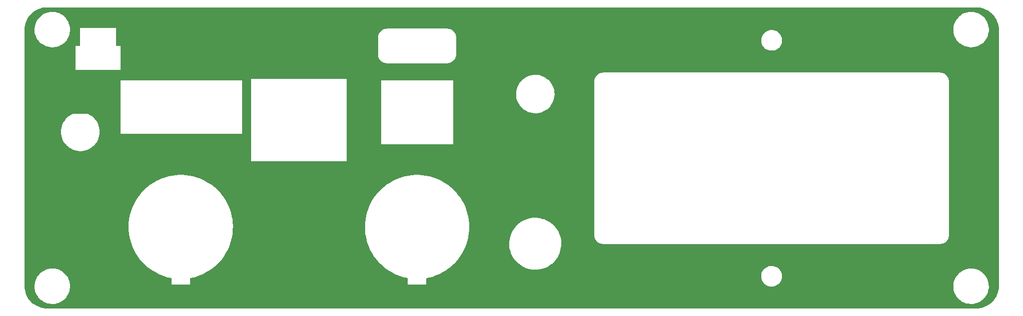
<source format=gbr>
%TF.GenerationSoftware,KiCad,Pcbnew,6.0.1-79c1e3a40b~116~ubuntu18.04.1*%
%TF.CreationDate,2022-01-19T05:38:22+01:00*%
%TF.ProjectId,ss_backpanel-mirrored_Al,73735f62-6163-46b7-9061-6e656c2d6d69,rev?*%
%TF.SameCoordinates,Original*%
%TF.FileFunction,Copper,L1,Top*%
%TF.FilePolarity,Positive*%
%FSLAX46Y46*%
G04 Gerber Fmt 4.6, Leading zero omitted, Abs format (unit mm)*
G04 Created by KiCad (PCBNEW 6.0.1-79c1e3a40b~116~ubuntu18.04.1) date 2022-01-19 05:38:22*
%MOMM*%
%LPD*%
G01*
G04 APERTURE LIST*
G04 APERTURE END LIST*
%TA.AperFunction,NonConductor*%
G36*
X228610000Y-48897060D02*
G01*
X228614446Y-48895218D01*
X228718316Y-48900321D01*
X228985105Y-48913428D01*
X228992527Y-48914159D01*
X229360329Y-48968717D01*
X229367645Y-48970172D01*
X229728328Y-49060519D01*
X229735465Y-49062684D01*
X229855050Y-49105472D01*
X230085562Y-49187950D01*
X230092442Y-49190800D01*
X230221186Y-49251692D01*
X230428573Y-49349779D01*
X230435151Y-49353295D01*
X230754074Y-49544449D01*
X230760275Y-49548592D01*
X231058930Y-49770090D01*
X231064696Y-49774822D01*
X231340201Y-50024526D01*
X231345474Y-50029799D01*
X231595178Y-50305304D01*
X231599910Y-50311070D01*
X231821408Y-50609725D01*
X231825551Y-50615926D01*
X232016705Y-50934849D01*
X232020221Y-50941427D01*
X232153880Y-51224023D01*
X232179198Y-51277554D01*
X232182052Y-51284444D01*
X232307316Y-51634535D01*
X232309481Y-51641672D01*
X232399828Y-52002355D01*
X232401283Y-52009671D01*
X232455841Y-52377473D01*
X232456572Y-52384895D01*
X232470052Y-52659268D01*
X232474782Y-52755554D01*
X232472940Y-52760000D01*
X232475000Y-52764973D01*
X232475000Y-96105027D01*
X232472940Y-96110000D01*
X232474782Y-96114446D01*
X232469679Y-96218316D01*
X232456572Y-96485105D01*
X232455841Y-96492527D01*
X232401283Y-96860329D01*
X232399828Y-96867645D01*
X232309481Y-97228328D01*
X232307316Y-97235465D01*
X232182052Y-97585556D01*
X232179200Y-97592442D01*
X232115073Y-97728026D01*
X232020221Y-97928573D01*
X232016705Y-97935151D01*
X231825551Y-98254074D01*
X231821408Y-98260275D01*
X231599910Y-98558930D01*
X231595178Y-98564696D01*
X231345474Y-98840201D01*
X231340201Y-98845474D01*
X231064696Y-99095178D01*
X231058930Y-99099910D01*
X230760275Y-99321408D01*
X230754074Y-99325551D01*
X230435151Y-99516705D01*
X230428573Y-99520221D01*
X230260510Y-99599709D01*
X230092442Y-99679200D01*
X230085562Y-99682050D01*
X229910511Y-99744684D01*
X229735465Y-99807316D01*
X229728328Y-99809481D01*
X229367645Y-99899828D01*
X229360329Y-99901283D01*
X228992527Y-99955841D01*
X228985105Y-99956572D01*
X228630172Y-99974009D01*
X228630171Y-99974009D01*
X228614446Y-99974782D01*
X228610000Y-99972940D01*
X228605027Y-99975000D01*
X71394973Y-99975000D01*
X71390000Y-99972940D01*
X71385554Y-99974782D01*
X71281684Y-99969679D01*
X71014895Y-99956572D01*
X71007473Y-99955841D01*
X70639671Y-99901283D01*
X70632355Y-99899828D01*
X70271672Y-99809481D01*
X70264535Y-99807316D01*
X70089489Y-99744684D01*
X69914438Y-99682050D01*
X69907558Y-99679200D01*
X69739490Y-99599709D01*
X69571427Y-99520221D01*
X69564849Y-99516705D01*
X69245926Y-99325551D01*
X69239725Y-99321408D01*
X68941070Y-99099910D01*
X68935304Y-99095178D01*
X68659799Y-98845474D01*
X68654526Y-98840201D01*
X68404822Y-98564696D01*
X68400090Y-98558930D01*
X68178592Y-98260275D01*
X68174449Y-98254074D01*
X67983295Y-97935151D01*
X67979779Y-97928573D01*
X67884927Y-97728026D01*
X67820800Y-97592442D01*
X67817948Y-97585556D01*
X67692684Y-97235465D01*
X67690519Y-97228328D01*
X67600172Y-96867645D01*
X67598717Y-96860329D01*
X67544159Y-96492527D01*
X67543428Y-96485105D01*
X67535605Y-96325861D01*
X69247051Y-96325861D01*
X69247268Y-96328032D01*
X69247268Y-96328039D01*
X69262946Y-96485105D01*
X69281419Y-96670177D01*
X69281887Y-96672322D01*
X69281887Y-96672324D01*
X69316298Y-96830148D01*
X69355133Y-97008261D01*
X69355839Y-97010324D01*
X69355841Y-97010330D01*
X69432922Y-97235465D01*
X69467217Y-97335633D01*
X69616186Y-97647952D01*
X69800064Y-97941079D01*
X69801434Y-97942790D01*
X69801439Y-97942796D01*
X69862358Y-98018835D01*
X70016415Y-98211129D01*
X70262371Y-98454523D01*
X70264087Y-98455869D01*
X70264091Y-98455872D01*
X70340575Y-98515843D01*
X70534672Y-98668034D01*
X70829709Y-98848832D01*
X71143570Y-98994522D01*
X71145648Y-98995209D01*
X71145655Y-98995212D01*
X71246373Y-99028521D01*
X71472097Y-99103172D01*
X71474237Y-99103615D01*
X71474240Y-99103616D01*
X71808790Y-99172898D01*
X71808794Y-99172899D01*
X71810935Y-99173342D01*
X71813118Y-99173537D01*
X71813119Y-99173537D01*
X72113539Y-99200349D01*
X72113543Y-99200349D01*
X72115233Y-99200500D01*
X72338189Y-99200500D01*
X72595453Y-99185666D01*
X72936328Y-99126174D01*
X73062271Y-99088868D01*
X73266001Y-99028521D01*
X73266008Y-99028518D01*
X73268106Y-99027897D01*
X73270125Y-99027036D01*
X73584376Y-98892997D01*
X73584381Y-98892994D01*
X73586389Y-98892138D01*
X73672595Y-98842967D01*
X73885068Y-98721775D01*
X73885073Y-98721772D01*
X73886959Y-98720696D01*
X74165832Y-98515843D01*
X74213191Y-98471835D01*
X74417714Y-98281780D01*
X74419312Y-98280295D01*
X74644038Y-98017174D01*
X74701308Y-97931948D01*
X74835814Y-97731781D01*
X74837033Y-97729967D01*
X74838035Y-97728026D01*
X74994737Y-97424424D01*
X74994739Y-97424419D01*
X74995739Y-97422482D01*
X75118050Y-97098793D01*
X75140271Y-97010330D01*
X75201815Y-96765311D01*
X75202348Y-96763190D01*
X75247513Y-96420124D01*
X75248994Y-96325861D01*
X224747051Y-96325861D01*
X224747268Y-96328032D01*
X224747268Y-96328039D01*
X224762946Y-96485105D01*
X224781419Y-96670177D01*
X224781887Y-96672322D01*
X224781887Y-96672324D01*
X224816298Y-96830148D01*
X224855133Y-97008261D01*
X224855839Y-97010324D01*
X224855841Y-97010330D01*
X224932922Y-97235465D01*
X224967217Y-97335633D01*
X225116186Y-97647952D01*
X225300064Y-97941079D01*
X225301434Y-97942790D01*
X225301439Y-97942796D01*
X225362358Y-98018835D01*
X225516415Y-98211129D01*
X225762371Y-98454523D01*
X225764087Y-98455869D01*
X225764091Y-98455872D01*
X225840575Y-98515843D01*
X226034672Y-98668034D01*
X226329709Y-98848832D01*
X226643570Y-98994522D01*
X226645648Y-98995209D01*
X226645655Y-98995212D01*
X226746373Y-99028521D01*
X226972097Y-99103172D01*
X226974237Y-99103615D01*
X226974240Y-99103616D01*
X227308790Y-99172898D01*
X227308794Y-99172899D01*
X227310935Y-99173342D01*
X227313118Y-99173537D01*
X227313119Y-99173537D01*
X227613539Y-99200349D01*
X227613543Y-99200349D01*
X227615233Y-99200500D01*
X227838189Y-99200500D01*
X228095453Y-99185666D01*
X228436328Y-99126174D01*
X228562271Y-99088868D01*
X228766001Y-99028521D01*
X228766008Y-99028518D01*
X228768106Y-99027897D01*
X228770125Y-99027036D01*
X229084376Y-98892997D01*
X229084381Y-98892994D01*
X229086389Y-98892138D01*
X229172595Y-98842967D01*
X229385068Y-98721775D01*
X229385073Y-98721772D01*
X229386959Y-98720696D01*
X229665832Y-98515843D01*
X229713191Y-98471835D01*
X229917714Y-98281780D01*
X229919312Y-98280295D01*
X230144038Y-98017174D01*
X230201308Y-97931948D01*
X230335814Y-97731781D01*
X230337033Y-97729967D01*
X230338035Y-97728026D01*
X230494737Y-97424424D01*
X230494739Y-97424419D01*
X230495739Y-97422482D01*
X230618050Y-97098793D01*
X230640271Y-97010330D01*
X230701815Y-96765311D01*
X230702348Y-96763190D01*
X230747513Y-96420124D01*
X230752107Y-96127711D01*
X230752915Y-96076322D01*
X230752915Y-96076317D01*
X230752949Y-96074139D01*
X230743759Y-95982063D01*
X230718799Y-95732007D01*
X230718581Y-95729823D01*
X230697839Y-95634689D01*
X230645335Y-95393885D01*
X230645335Y-95393883D01*
X230644867Y-95391739D01*
X230643724Y-95388399D01*
X230533491Y-95066435D01*
X230532783Y-95064367D01*
X230383814Y-94752048D01*
X230291154Y-94604335D01*
X230201107Y-94460787D01*
X230201103Y-94460781D01*
X230199936Y-94458921D01*
X230198566Y-94457210D01*
X230198561Y-94457204D01*
X229984948Y-94190572D01*
X229984946Y-94190570D01*
X229983585Y-94188871D01*
X229737629Y-93945477D01*
X229661328Y-93885649D01*
X229467047Y-93733314D01*
X229465328Y-93731966D01*
X229170291Y-93551168D01*
X228856430Y-93405478D01*
X228854352Y-93404791D01*
X228854345Y-93404788D01*
X228620516Y-93327457D01*
X228527903Y-93296828D01*
X228525763Y-93296385D01*
X228525760Y-93296384D01*
X228191210Y-93227102D01*
X228191206Y-93227101D01*
X228189065Y-93226658D01*
X228186882Y-93226463D01*
X228186881Y-93226463D01*
X227886461Y-93199651D01*
X227886457Y-93199651D01*
X227884767Y-93199500D01*
X227661811Y-93199500D01*
X227404547Y-93214334D01*
X227063672Y-93273826D01*
X226978973Y-93298915D01*
X226733999Y-93371479D01*
X226733992Y-93371482D01*
X226731894Y-93372103D01*
X226729878Y-93372963D01*
X226729875Y-93372964D01*
X226415624Y-93507003D01*
X226415619Y-93507006D01*
X226413611Y-93507862D01*
X226411714Y-93508944D01*
X226411712Y-93508945D01*
X226114932Y-93678225D01*
X226114927Y-93678228D01*
X226113041Y-93679304D01*
X225954792Y-93795550D01*
X225887342Y-93845097D01*
X225834168Y-93884157D01*
X225832566Y-93885646D01*
X225832562Y-93885649D01*
X225609435Y-94092992D01*
X225580688Y-94119705D01*
X225355962Y-94382826D01*
X225354747Y-94384634D01*
X225354744Y-94384638D01*
X225203331Y-94609965D01*
X225162967Y-94670033D01*
X225161966Y-94671972D01*
X225161965Y-94671974D01*
X225051124Y-94886724D01*
X225004261Y-94977518D01*
X224881950Y-95301207D01*
X224881418Y-95303324D01*
X224881417Y-95303328D01*
X224858671Y-95393885D01*
X224797652Y-95636810D01*
X224752487Y-95979876D01*
X224750164Y-96127711D01*
X224748458Y-96236335D01*
X224747051Y-96325861D01*
X75248994Y-96325861D01*
X75252107Y-96127711D01*
X75252915Y-96076322D01*
X75252915Y-96076317D01*
X75252949Y-96074139D01*
X75243759Y-95982063D01*
X75218799Y-95732007D01*
X75218581Y-95729823D01*
X75197839Y-95634689D01*
X75145335Y-95393885D01*
X75145335Y-95393883D01*
X75144867Y-95391739D01*
X75143724Y-95388399D01*
X75033491Y-95066435D01*
X75032783Y-95064367D01*
X74883814Y-94752048D01*
X74791154Y-94604335D01*
X74701107Y-94460787D01*
X74701103Y-94460781D01*
X74699936Y-94458921D01*
X74698566Y-94457210D01*
X74698561Y-94457204D01*
X74484948Y-94190572D01*
X74484946Y-94190570D01*
X74483585Y-94188871D01*
X74237629Y-93945477D01*
X74161328Y-93885649D01*
X73967047Y-93733314D01*
X73965328Y-93731966D01*
X73670291Y-93551168D01*
X73356430Y-93405478D01*
X73354352Y-93404791D01*
X73354345Y-93404788D01*
X73120516Y-93327457D01*
X73027903Y-93296828D01*
X73025763Y-93296385D01*
X73025760Y-93296384D01*
X72691210Y-93227102D01*
X72691206Y-93227101D01*
X72689065Y-93226658D01*
X72686882Y-93226463D01*
X72686881Y-93226463D01*
X72386461Y-93199651D01*
X72386457Y-93199651D01*
X72384767Y-93199500D01*
X72161811Y-93199500D01*
X71904547Y-93214334D01*
X71563672Y-93273826D01*
X71478973Y-93298915D01*
X71233999Y-93371479D01*
X71233992Y-93371482D01*
X71231894Y-93372103D01*
X71229878Y-93372963D01*
X71229875Y-93372964D01*
X70915624Y-93507003D01*
X70915619Y-93507006D01*
X70913611Y-93507862D01*
X70911714Y-93508944D01*
X70911712Y-93508945D01*
X70614932Y-93678225D01*
X70614927Y-93678228D01*
X70613041Y-93679304D01*
X70454792Y-93795550D01*
X70387342Y-93845097D01*
X70334168Y-93884157D01*
X70332566Y-93885646D01*
X70332562Y-93885649D01*
X70109435Y-94092992D01*
X70080688Y-94119705D01*
X69855962Y-94382826D01*
X69854747Y-94384634D01*
X69854744Y-94384638D01*
X69703331Y-94609965D01*
X69662967Y-94670033D01*
X69661966Y-94671972D01*
X69661965Y-94671974D01*
X69551124Y-94886724D01*
X69504261Y-94977518D01*
X69381950Y-95301207D01*
X69381418Y-95303324D01*
X69381417Y-95303328D01*
X69358671Y-95393885D01*
X69297652Y-95636810D01*
X69252487Y-95979876D01*
X69250164Y-96127711D01*
X69248458Y-96236335D01*
X69247051Y-96325861D01*
X67535605Y-96325861D01*
X67525991Y-96130172D01*
X67525991Y-96130171D01*
X67525218Y-96114446D01*
X67527060Y-96110000D01*
X67525000Y-96105027D01*
X67525000Y-86095303D01*
X85174663Y-86095303D01*
X85191122Y-86682887D01*
X85191241Y-86684141D01*
X85244825Y-87248753D01*
X85246658Y-87268072D01*
X85341025Y-87848262D01*
X85473805Y-88420883D01*
X85474172Y-88422092D01*
X85474173Y-88422097D01*
X85482524Y-88449632D01*
X85644408Y-88983395D01*
X85852078Y-89533303D01*
X86095893Y-90068167D01*
X86374772Y-90585615D01*
X86687477Y-91083350D01*
X87032622Y-91559166D01*
X87408674Y-92010951D01*
X87813967Y-92436701D01*
X87862175Y-92481020D01*
X88233421Y-92822317D01*
X88246702Y-92834527D01*
X88247714Y-92835340D01*
X88703972Y-93201872D01*
X88703985Y-93201882D01*
X88704960Y-93202665D01*
X89186707Y-93539481D01*
X89689806Y-93843482D01*
X90212026Y-94113318D01*
X90751051Y-94347793D01*
X90752224Y-94348213D01*
X90752232Y-94348216D01*
X91303285Y-94545437D01*
X91303290Y-94545439D01*
X91304487Y-94545867D01*
X91305702Y-94546212D01*
X91305719Y-94546218D01*
X91868654Y-94706311D01*
X91868661Y-94706313D01*
X91869882Y-94706660D01*
X91871119Y-94706924D01*
X91871126Y-94706926D01*
X92049867Y-94745109D01*
X92364878Y-94812402D01*
X92408936Y-94839995D01*
X92425000Y-94886724D01*
X92425000Y-95895027D01*
X92422940Y-95900000D01*
X92425000Y-95904973D01*
X92430866Y-95919134D01*
X92450000Y-95927060D01*
X92454973Y-95925000D01*
X95545027Y-95925000D01*
X95550000Y-95927060D01*
X95554973Y-95925000D01*
X95569134Y-95919134D01*
X95577060Y-95900000D01*
X95575000Y-95895027D01*
X95575000Y-94886724D01*
X95592781Y-94837872D01*
X95635122Y-94812402D01*
X95950133Y-94745109D01*
X96128874Y-94706926D01*
X96128881Y-94706924D01*
X96130118Y-94706660D01*
X96131339Y-94706313D01*
X96131346Y-94706311D01*
X96694281Y-94546218D01*
X96694298Y-94546212D01*
X96695513Y-94545867D01*
X96696710Y-94545439D01*
X96696715Y-94545437D01*
X97247768Y-94348216D01*
X97247776Y-94348213D01*
X97248949Y-94347793D01*
X97787974Y-94113318D01*
X98310194Y-93843482D01*
X98813293Y-93539481D01*
X99295040Y-93202665D01*
X99296015Y-93201882D01*
X99296028Y-93201872D01*
X99752286Y-92835340D01*
X99753298Y-92834527D01*
X99766580Y-92822317D01*
X100137825Y-92481020D01*
X100186033Y-92436701D01*
X100591326Y-92010951D01*
X100967378Y-91559166D01*
X101312523Y-91083350D01*
X101625228Y-90585615D01*
X101904107Y-90068167D01*
X102147922Y-89533303D01*
X102355592Y-88983395D01*
X102517476Y-88449632D01*
X102525827Y-88422097D01*
X102525828Y-88422092D01*
X102526195Y-88420883D01*
X102658975Y-87848262D01*
X102753342Y-87268072D01*
X102755176Y-87248753D01*
X102808759Y-86684141D01*
X102808878Y-86682887D01*
X102825337Y-86095303D01*
X125174663Y-86095303D01*
X125191122Y-86682887D01*
X125191241Y-86684141D01*
X125244825Y-87248753D01*
X125246658Y-87268072D01*
X125341025Y-87848262D01*
X125473805Y-88420883D01*
X125474172Y-88422092D01*
X125474173Y-88422097D01*
X125482524Y-88449632D01*
X125644408Y-88983395D01*
X125852078Y-89533303D01*
X126095893Y-90068167D01*
X126374772Y-90585615D01*
X126687477Y-91083350D01*
X127032622Y-91559166D01*
X127408674Y-92010951D01*
X127813967Y-92436701D01*
X127862175Y-92481020D01*
X128233421Y-92822317D01*
X128246702Y-92834527D01*
X128247714Y-92835340D01*
X128703972Y-93201872D01*
X128703985Y-93201882D01*
X128704960Y-93202665D01*
X129186707Y-93539481D01*
X129689806Y-93843482D01*
X130212026Y-94113318D01*
X130751051Y-94347793D01*
X130752224Y-94348213D01*
X130752232Y-94348216D01*
X131303285Y-94545437D01*
X131303290Y-94545439D01*
X131304487Y-94545867D01*
X131305702Y-94546212D01*
X131305719Y-94546218D01*
X131868654Y-94706311D01*
X131868661Y-94706313D01*
X131869882Y-94706660D01*
X131871119Y-94706924D01*
X131871126Y-94706926D01*
X132049867Y-94745109D01*
X132364878Y-94812402D01*
X132408936Y-94839995D01*
X132425000Y-94886724D01*
X132425000Y-95895027D01*
X132422940Y-95900000D01*
X132425000Y-95904973D01*
X132430866Y-95919134D01*
X132450000Y-95927060D01*
X132454973Y-95925000D01*
X135545027Y-95925000D01*
X135550000Y-95927060D01*
X135554973Y-95925000D01*
X135569134Y-95919134D01*
X135577060Y-95900000D01*
X135575000Y-95895027D01*
X135575000Y-94886724D01*
X135592781Y-94837872D01*
X135635122Y-94812402D01*
X135950133Y-94745109D01*
X136128874Y-94706926D01*
X136128881Y-94706924D01*
X136130118Y-94706660D01*
X136131339Y-94706313D01*
X136131346Y-94706311D01*
X136479973Y-94607165D01*
X192247866Y-94607165D01*
X192248247Y-94609964D01*
X192248247Y-94609965D01*
X192277546Y-94825245D01*
X192282952Y-94864970D01*
X192283740Y-94867672D01*
X192283740Y-94867674D01*
X192341071Y-95064367D01*
X192355758Y-95114757D01*
X192464686Y-95351039D01*
X192607341Y-95568625D01*
X192609226Y-95570737D01*
X192749300Y-95727676D01*
X192780591Y-95762735D01*
X192980629Y-95929105D01*
X193203061Y-96064080D01*
X193443001Y-96164695D01*
X193695177Y-96228739D01*
X193697977Y-96229021D01*
X193697983Y-96229022D01*
X193909385Y-96250309D01*
X193909393Y-96250309D01*
X193911286Y-96250500D01*
X194066044Y-96250500D01*
X194068614Y-96250309D01*
X194256657Y-96236335D01*
X194256660Y-96236335D01*
X194259466Y-96236126D01*
X194373787Y-96210258D01*
X194510481Y-96179328D01*
X194510487Y-96179326D01*
X194513232Y-96178705D01*
X194689906Y-96110000D01*
X194753096Y-96085427D01*
X194753101Y-96085425D01*
X194755723Y-96084405D01*
X194981612Y-95955299D01*
X194983831Y-95953550D01*
X194983835Y-95953547D01*
X195183719Y-95795971D01*
X195183721Y-95795969D01*
X195185936Y-95794223D01*
X195364208Y-95604714D01*
X195512511Y-95390937D01*
X195532187Y-95351039D01*
X195626339Y-95160116D01*
X195626340Y-95160114D01*
X195627586Y-95157587D01*
X195706906Y-94909792D01*
X195748728Y-94652994D01*
X195752134Y-94392835D01*
X195724607Y-94190572D01*
X195717428Y-94137820D01*
X195717427Y-94137816D01*
X195717048Y-94135030D01*
X195713065Y-94121363D01*
X195645032Y-93887953D01*
X195645032Y-93887952D01*
X195644242Y-93885243D01*
X195535314Y-93648961D01*
X195471947Y-93552309D01*
X195394210Y-93433741D01*
X195392659Y-93431375D01*
X195360448Y-93395286D01*
X195221290Y-93239372D01*
X195221287Y-93239369D01*
X195219409Y-93237265D01*
X195049702Y-93096121D01*
X195021538Y-93072697D01*
X195021536Y-93072695D01*
X195019371Y-93070895D01*
X194973664Y-93043159D01*
X194939050Y-93022155D01*
X194796939Y-92935920D01*
X194556999Y-92835305D01*
X194304823Y-92771261D01*
X194302023Y-92770979D01*
X194302017Y-92770978D01*
X194090615Y-92749691D01*
X194090607Y-92749691D01*
X194088714Y-92749500D01*
X193933956Y-92749500D01*
X193932543Y-92749605D01*
X193743343Y-92763665D01*
X193743340Y-92763665D01*
X193740534Y-92763874D01*
X193626213Y-92789742D01*
X193489519Y-92820672D01*
X193489513Y-92820674D01*
X193486768Y-92821295D01*
X193388180Y-92859634D01*
X193246904Y-92914573D01*
X193246899Y-92914575D01*
X193244277Y-92915595D01*
X193018388Y-93044701D01*
X193016169Y-93046450D01*
X193016165Y-93046453D01*
X192817094Y-93203388D01*
X192814064Y-93205777D01*
X192635792Y-93395286D01*
X192487489Y-93609063D01*
X192486239Y-93611597D01*
X192486237Y-93611601D01*
X192466553Y-93651517D01*
X192372414Y-93842413D01*
X192293094Y-94090208D01*
X192251272Y-94347006D01*
X192251235Y-94349826D01*
X192251235Y-94349827D01*
X192248664Y-94546218D01*
X192247866Y-94607165D01*
X136479973Y-94607165D01*
X136694281Y-94546218D01*
X136694298Y-94546212D01*
X136695513Y-94545867D01*
X136696710Y-94545439D01*
X136696715Y-94545437D01*
X137247768Y-94348216D01*
X137247776Y-94348213D01*
X137248949Y-94347793D01*
X137787974Y-94113318D01*
X138310194Y-93843482D01*
X138813293Y-93539481D01*
X139295040Y-93202665D01*
X139296015Y-93201882D01*
X139296028Y-93201872D01*
X139752286Y-92835340D01*
X139753298Y-92834527D01*
X139766580Y-92822317D01*
X140137825Y-92481020D01*
X140186033Y-92436701D01*
X140591326Y-92010951D01*
X140967378Y-91559166D01*
X141312523Y-91083350D01*
X141625228Y-90585615D01*
X141904107Y-90068167D01*
X142147922Y-89533303D01*
X142297063Y-89138380D01*
X149596684Y-89138380D01*
X149629249Y-89552154D01*
X149700608Y-89961028D01*
X149810130Y-90361371D01*
X149810758Y-90363034D01*
X149810760Y-90363039D01*
X149860236Y-90493972D01*
X149956841Y-90749631D01*
X149957633Y-90751247D01*
X150119803Y-91082276D01*
X150139440Y-91122361D01*
X150356305Y-91476253D01*
X150605512Y-91808165D01*
X150884848Y-92115152D01*
X151191835Y-92394488D01*
X151523747Y-92643695D01*
X151877639Y-92860560D01*
X152250369Y-93043159D01*
X152392075Y-93096705D01*
X152636961Y-93189240D01*
X152636966Y-93189242D01*
X152638629Y-93189870D01*
X153038972Y-93299392D01*
X153040750Y-93299702D01*
X153040753Y-93299703D01*
X153446074Y-93370442D01*
X153446079Y-93370443D01*
X153447846Y-93370751D01*
X153449623Y-93370891D01*
X153449632Y-93370892D01*
X153637599Y-93385685D01*
X153825840Y-93400500D01*
X154105811Y-93400500D01*
X154106671Y-93400459D01*
X154106690Y-93400459D01*
X154412801Y-93386023D01*
X154412811Y-93386022D01*
X154414593Y-93385938D01*
X154416371Y-93385685D01*
X154823744Y-93327708D01*
X154823746Y-93327708D01*
X154825507Y-93327457D01*
X154827240Y-93327041D01*
X155227353Y-93230982D01*
X155227358Y-93230981D01*
X155229093Y-93230564D01*
X155621769Y-93096121D01*
X155673648Y-93072697D01*
X155761202Y-93033165D01*
X156000051Y-92925320D01*
X156360580Y-92719678D01*
X156700156Y-92481020D01*
X156751023Y-92437576D01*
X157014407Y-92212624D01*
X157014409Y-92212622D01*
X157015765Y-92211464D01*
X157017001Y-92210188D01*
X157017009Y-92210181D01*
X157303362Y-91914688D01*
X157303365Y-91914685D01*
X157304607Y-91913403D01*
X157564116Y-91589482D01*
X157583390Y-91560141D01*
X157791008Y-91244072D01*
X157791990Y-91242577D01*
X157986207Y-90875766D01*
X158033635Y-90761264D01*
X158144352Y-90493972D01*
X158144356Y-90493960D01*
X158145041Y-90492307D01*
X158267083Y-90095601D01*
X158351251Y-89689170D01*
X158396797Y-89276623D01*
X158403316Y-88861620D01*
X158401749Y-88841707D01*
X158370892Y-88449632D01*
X158370891Y-88449623D01*
X158370751Y-88447846D01*
X158366046Y-88420883D01*
X158299703Y-88040753D01*
X158299702Y-88040750D01*
X158299392Y-88038972D01*
X158189870Y-87638629D01*
X158142501Y-87513269D01*
X158137487Y-87500000D01*
X163971105Y-87500000D01*
X163986667Y-87717584D01*
X164033036Y-87930739D01*
X164033984Y-87933280D01*
X164033984Y-87933281D01*
X164108319Y-88132583D01*
X164108322Y-88132589D01*
X164109268Y-88135126D01*
X164213812Y-88326583D01*
X164344539Y-88501213D01*
X164498787Y-88655461D01*
X164673417Y-88786188D01*
X164864874Y-88890732D01*
X164867411Y-88891678D01*
X164867417Y-88891681D01*
X165066719Y-88966016D01*
X165069261Y-88966964D01*
X165282416Y-89013333D01*
X165500000Y-89028895D01*
X165500000Y-89027060D01*
X165503655Y-89025546D01*
X165507563Y-89025000D01*
X222482057Y-89025000D01*
X222493124Y-89027965D01*
X222500000Y-89028320D01*
X222500000Y-89028895D01*
X222717584Y-89013333D01*
X222930739Y-88966964D01*
X222933281Y-88966016D01*
X223132583Y-88891681D01*
X223132589Y-88891678D01*
X223135126Y-88890732D01*
X223326583Y-88786188D01*
X223501213Y-88655461D01*
X223655461Y-88501213D01*
X223786188Y-88326583D01*
X223890732Y-88135126D01*
X223891678Y-88132589D01*
X223891681Y-88132583D01*
X223966016Y-87933281D01*
X223966016Y-87933280D01*
X223966964Y-87930739D01*
X224013333Y-87717584D01*
X224028895Y-87500000D01*
X224027060Y-87500000D01*
X224025546Y-87496345D01*
X224025000Y-87492437D01*
X224025000Y-61517943D01*
X224027965Y-61506876D01*
X224028320Y-61500000D01*
X224028895Y-61500000D01*
X224013333Y-61282416D01*
X223966964Y-61069261D01*
X223951017Y-61026506D01*
X223891681Y-60867417D01*
X223891678Y-60867411D01*
X223890732Y-60864874D01*
X223786188Y-60673417D01*
X223681882Y-60534081D01*
X223657087Y-60500959D01*
X223655461Y-60498787D01*
X223501213Y-60344539D01*
X223326583Y-60213812D01*
X223135126Y-60109268D01*
X223132589Y-60108322D01*
X223132583Y-60108319D01*
X222933281Y-60033984D01*
X222933280Y-60033984D01*
X222930739Y-60033036D01*
X222717584Y-59986667D01*
X222500000Y-59971105D01*
X222500000Y-59972940D01*
X222496345Y-59974454D01*
X222492437Y-59975000D01*
X165517943Y-59975000D01*
X165506876Y-59972035D01*
X165500000Y-59971680D01*
X165500000Y-59971105D01*
X165282416Y-59986667D01*
X165069261Y-60033036D01*
X165066720Y-60033984D01*
X165066719Y-60033984D01*
X164867417Y-60108319D01*
X164867411Y-60108322D01*
X164864874Y-60109268D01*
X164673417Y-60213812D01*
X164498787Y-60344539D01*
X164344539Y-60498787D01*
X164342913Y-60500959D01*
X164318118Y-60534081D01*
X164213812Y-60673417D01*
X164109268Y-60864874D01*
X164108322Y-60867411D01*
X164108319Y-60867417D01*
X164048983Y-61026506D01*
X164033036Y-61069261D01*
X163986667Y-61282416D01*
X163971105Y-61500000D01*
X163972940Y-61500000D01*
X163974454Y-61503655D01*
X163975000Y-61507563D01*
X163975000Y-87482057D01*
X163972035Y-87493124D01*
X163971680Y-87500000D01*
X163971105Y-87500000D01*
X158137487Y-87500000D01*
X158043793Y-87252048D01*
X158043159Y-87250369D01*
X157860560Y-86877639D01*
X157643695Y-86523747D01*
X157394488Y-86191835D01*
X157115152Y-85884848D01*
X156808165Y-85605512D01*
X156476253Y-85356305D01*
X156122361Y-85139440D01*
X155749631Y-84956841D01*
X155513878Y-84867758D01*
X155363039Y-84810760D01*
X155363034Y-84810758D01*
X155361371Y-84810130D01*
X154961028Y-84700608D01*
X154959250Y-84700298D01*
X154959247Y-84700297D01*
X154553926Y-84629558D01*
X154553921Y-84629557D01*
X154552154Y-84629249D01*
X154550377Y-84629109D01*
X154550368Y-84629108D01*
X154358106Y-84613977D01*
X154174160Y-84599500D01*
X153894189Y-84599500D01*
X153893329Y-84599541D01*
X153893310Y-84599541D01*
X153587199Y-84613977D01*
X153587189Y-84613978D01*
X153585407Y-84614062D01*
X153583630Y-84614315D01*
X153583629Y-84614315D01*
X153176256Y-84672292D01*
X153176254Y-84672292D01*
X153174493Y-84672543D01*
X153172761Y-84672959D01*
X153172760Y-84672959D01*
X152772647Y-84769018D01*
X152772642Y-84769019D01*
X152770907Y-84769436D01*
X152378231Y-84903879D01*
X151999949Y-85074680D01*
X151639420Y-85280322D01*
X151299844Y-85518980D01*
X151298481Y-85520144D01*
X151298476Y-85520148D01*
X150985593Y-85787376D01*
X150984235Y-85788536D01*
X150982999Y-85789812D01*
X150982991Y-85789819D01*
X150696638Y-86085312D01*
X150695393Y-86086597D01*
X150435884Y-86410518D01*
X150208010Y-86757423D01*
X150013793Y-87124234D01*
X150013109Y-87125886D01*
X149855648Y-87506028D01*
X149855644Y-87506040D01*
X149854959Y-87507693D01*
X149854428Y-87509419D01*
X149749807Y-87849498D01*
X149732917Y-87904399D01*
X149648749Y-88310830D01*
X149603203Y-88723377D01*
X149596684Y-89138380D01*
X142297063Y-89138380D01*
X142355592Y-88983395D01*
X142517476Y-88449632D01*
X142525827Y-88422097D01*
X142525828Y-88422092D01*
X142526195Y-88420883D01*
X142658975Y-87848262D01*
X142753342Y-87268072D01*
X142755176Y-87248753D01*
X142808759Y-86684141D01*
X142808878Y-86682887D01*
X142825337Y-86095303D01*
X142817160Y-85883646D01*
X142802694Y-85509186D01*
X142802693Y-85509175D01*
X142802645Y-85507927D01*
X142740904Y-84923365D01*
X142640387Y-84344209D01*
X142501539Y-83773029D01*
X142324978Y-83212358D01*
X142111486Y-82664684D01*
X141862011Y-82132437D01*
X141577658Y-81617977D01*
X141259690Y-81123587D01*
X140909517Y-80651459D01*
X140528692Y-80203689D01*
X140118905Y-79782263D01*
X139681974Y-79389050D01*
X139219836Y-79025795D01*
X139218801Y-79025088D01*
X139218792Y-79025081D01*
X138735579Y-78694816D01*
X138735577Y-78694815D01*
X138734543Y-78694108D01*
X138309985Y-78443676D01*
X138229334Y-78396103D01*
X138229330Y-78396101D01*
X138228247Y-78395462D01*
X138227137Y-78394903D01*
X138227131Y-78394900D01*
X137704292Y-78131734D01*
X137704288Y-78131732D01*
X137703193Y-78131181D01*
X137161712Y-77902438D01*
X137085277Y-77875993D01*
X136607412Y-77710664D01*
X136607396Y-77710659D01*
X136606205Y-77710247D01*
X136039136Y-77555462D01*
X135463022Y-77438767D01*
X135461760Y-77438598D01*
X135461749Y-77438596D01*
X134881689Y-77360852D01*
X134881675Y-77360851D01*
X134880417Y-77360682D01*
X134293907Y-77321553D01*
X133706093Y-77321553D01*
X133119583Y-77360682D01*
X133118325Y-77360851D01*
X133118311Y-77360852D01*
X132538251Y-77438596D01*
X132538240Y-77438598D01*
X132536978Y-77438767D01*
X131960864Y-77555462D01*
X131393795Y-77710247D01*
X131392604Y-77710659D01*
X131392588Y-77710664D01*
X130914723Y-77875993D01*
X130838288Y-77902438D01*
X130296807Y-78131181D01*
X130295712Y-78131732D01*
X130295708Y-78131734D01*
X129772869Y-78394900D01*
X129772863Y-78394903D01*
X129771753Y-78395462D01*
X129770670Y-78396101D01*
X129770666Y-78396103D01*
X129690016Y-78443676D01*
X129265457Y-78694108D01*
X129264423Y-78694815D01*
X129264421Y-78694816D01*
X128781208Y-79025081D01*
X128781199Y-79025088D01*
X128780164Y-79025795D01*
X128318026Y-79389050D01*
X127881095Y-79782263D01*
X127471308Y-80203689D01*
X127090483Y-80651459D01*
X126740310Y-81123587D01*
X126422342Y-81617977D01*
X126137989Y-82132437D01*
X125888514Y-82664684D01*
X125675022Y-83212358D01*
X125498461Y-83773029D01*
X125359613Y-84344209D01*
X125259096Y-84923365D01*
X125197355Y-85507927D01*
X125197307Y-85509175D01*
X125197306Y-85509186D01*
X125182840Y-85883646D01*
X125174663Y-86095303D01*
X102825337Y-86095303D01*
X102817160Y-85883646D01*
X102802694Y-85509186D01*
X102802693Y-85509175D01*
X102802645Y-85507927D01*
X102740904Y-84923365D01*
X102640387Y-84344209D01*
X102501539Y-83773029D01*
X102324978Y-83212358D01*
X102111486Y-82664684D01*
X101862011Y-82132437D01*
X101577658Y-81617977D01*
X101259690Y-81123587D01*
X100909517Y-80651459D01*
X100528692Y-80203689D01*
X100118905Y-79782263D01*
X99681974Y-79389050D01*
X99219836Y-79025795D01*
X99218801Y-79025088D01*
X99218792Y-79025081D01*
X98735579Y-78694816D01*
X98735577Y-78694815D01*
X98734543Y-78694108D01*
X98309985Y-78443676D01*
X98229334Y-78396103D01*
X98229330Y-78396101D01*
X98228247Y-78395462D01*
X98227137Y-78394903D01*
X98227131Y-78394900D01*
X97704292Y-78131734D01*
X97704288Y-78131732D01*
X97703193Y-78131181D01*
X97161712Y-77902438D01*
X97085277Y-77875993D01*
X96607412Y-77710664D01*
X96607396Y-77710659D01*
X96606205Y-77710247D01*
X96039136Y-77555462D01*
X95463022Y-77438767D01*
X95461760Y-77438598D01*
X95461749Y-77438596D01*
X94881689Y-77360852D01*
X94881675Y-77360851D01*
X94880417Y-77360682D01*
X94293907Y-77321553D01*
X93706093Y-77321553D01*
X93119583Y-77360682D01*
X93118325Y-77360851D01*
X93118311Y-77360852D01*
X92538251Y-77438596D01*
X92538240Y-77438598D01*
X92536978Y-77438767D01*
X91960864Y-77555462D01*
X91393795Y-77710247D01*
X91392604Y-77710659D01*
X91392588Y-77710664D01*
X90914723Y-77875993D01*
X90838288Y-77902438D01*
X90296807Y-78131181D01*
X90295712Y-78131732D01*
X90295708Y-78131734D01*
X89772869Y-78394900D01*
X89772863Y-78394903D01*
X89771753Y-78395462D01*
X89770670Y-78396101D01*
X89770666Y-78396103D01*
X89690016Y-78443676D01*
X89265457Y-78694108D01*
X89264423Y-78694815D01*
X89264421Y-78694816D01*
X88781208Y-79025081D01*
X88781199Y-79025088D01*
X88780164Y-79025795D01*
X88318026Y-79389050D01*
X87881095Y-79782263D01*
X87471308Y-80203689D01*
X87090483Y-80651459D01*
X86740310Y-81123587D01*
X86422342Y-81617977D01*
X86137989Y-82132437D01*
X85888514Y-82664684D01*
X85675022Y-83212358D01*
X85498461Y-83773029D01*
X85359613Y-84344209D01*
X85259096Y-84923365D01*
X85197355Y-85507927D01*
X85197307Y-85509175D01*
X85197306Y-85509186D01*
X85182840Y-85883646D01*
X85174663Y-86095303D01*
X67525000Y-86095303D01*
X67525000Y-75000000D01*
X105922940Y-75000000D01*
X105925000Y-75004973D01*
X105930866Y-75019134D01*
X105950000Y-75027060D01*
X105954973Y-75025000D01*
X122045027Y-75025000D01*
X122050000Y-75027060D01*
X122054973Y-75025000D01*
X122069134Y-75019134D01*
X122077060Y-75000000D01*
X122075000Y-74995027D01*
X122075000Y-72100000D01*
X127872940Y-72100000D01*
X127875000Y-72104973D01*
X127880866Y-72119134D01*
X127900000Y-72127060D01*
X127904973Y-72125000D01*
X140095027Y-72125000D01*
X140100000Y-72127060D01*
X140104973Y-72125000D01*
X140119134Y-72119134D01*
X140127060Y-72100000D01*
X140125000Y-72095027D01*
X140125000Y-63497744D01*
X150746163Y-63497744D01*
X150754592Y-63855419D01*
X150802220Y-64210009D01*
X150888470Y-64557232D01*
X151012302Y-64892892D01*
X151013235Y-64894760D01*
X151013238Y-64894766D01*
X151105669Y-65079749D01*
X151172220Y-65212937D01*
X151366291Y-65513501D01*
X151592173Y-65790954D01*
X151847137Y-66041944D01*
X151848780Y-66043239D01*
X152126463Y-66262148D01*
X152126473Y-66262155D01*
X152128103Y-66263440D01*
X152129870Y-66264542D01*
X152429910Y-66451664D01*
X152429918Y-66451669D01*
X152431678Y-66452766D01*
X152433547Y-66453663D01*
X152433557Y-66453669D01*
X152625031Y-66545613D01*
X152754196Y-66607637D01*
X152756155Y-66608325D01*
X152756160Y-66608327D01*
X152957815Y-66679143D01*
X153091760Y-66726181D01*
X153440295Y-66806967D01*
X153564352Y-66821650D01*
X153793948Y-66848825D01*
X153793953Y-66848825D01*
X153795589Y-66849019D01*
X153842714Y-66850500D01*
X154089817Y-66850500D01*
X154090847Y-66850443D01*
X154090858Y-66850443D01*
X154221707Y-66843242D01*
X154357234Y-66835783D01*
X154710153Y-66777041D01*
X154712158Y-66776476D01*
X154712165Y-66776474D01*
X155052488Y-66680493D01*
X155054495Y-66679927D01*
X155386100Y-66545613D01*
X155558175Y-66452766D01*
X155699134Y-66376709D01*
X155699142Y-66376704D01*
X155700964Y-66375721D01*
X155995284Y-66172305D01*
X156265504Y-65937819D01*
X156508362Y-65675097D01*
X156720923Y-65387312D01*
X156900621Y-65077940D01*
X156982430Y-64892892D01*
X157044437Y-64752636D01*
X157044439Y-64752630D01*
X157045285Y-64750717D01*
X157153167Y-64409596D01*
X157222966Y-64058696D01*
X157253837Y-63702256D01*
X157245408Y-63344581D01*
X157197780Y-62989991D01*
X157111530Y-62642768D01*
X156987698Y-62307108D01*
X156896191Y-62123973D01*
X156828722Y-61988948D01*
X156828721Y-61988946D01*
X156827780Y-61987063D01*
X156633709Y-61686499D01*
X156407827Y-61409046D01*
X156310788Y-61313519D01*
X156154352Y-61159522D01*
X156152863Y-61158056D01*
X156054948Y-61080866D01*
X155873537Y-60937852D01*
X155873527Y-60937845D01*
X155871897Y-60936560D01*
X155690276Y-60823291D01*
X155570090Y-60748336D01*
X155570082Y-60748331D01*
X155568322Y-60747234D01*
X155566453Y-60746337D01*
X155566443Y-60746331D01*
X155247680Y-60593264D01*
X155245804Y-60592363D01*
X155243845Y-60591675D01*
X155243840Y-60591673D01*
X154973874Y-60496868D01*
X154908240Y-60473819D01*
X154559705Y-60393033D01*
X154435648Y-60378350D01*
X154206052Y-60351175D01*
X154206047Y-60351175D01*
X154204411Y-60350981D01*
X154157286Y-60349500D01*
X153910183Y-60349500D01*
X153909153Y-60349557D01*
X153909142Y-60349557D01*
X153778293Y-60356758D01*
X153642766Y-60364217D01*
X153289847Y-60422959D01*
X153287842Y-60423524D01*
X153287835Y-60423526D01*
X153107056Y-60474511D01*
X152945505Y-60520073D01*
X152613900Y-60654387D01*
X152574224Y-60675795D01*
X152300866Y-60823291D01*
X152300858Y-60823296D01*
X152299036Y-60824279D01*
X152004716Y-61027695D01*
X151734496Y-61262181D01*
X151733077Y-61263716D01*
X151733076Y-61263717D01*
X151694939Y-61304973D01*
X151491638Y-61524903D01*
X151279077Y-61812688D01*
X151099379Y-62122060D01*
X151098535Y-62123969D01*
X151098533Y-62123973D01*
X151016705Y-62309065D01*
X150954715Y-62449283D01*
X150846833Y-62790404D01*
X150777034Y-63141304D01*
X150746163Y-63497744D01*
X140125000Y-63497744D01*
X140125000Y-61304973D01*
X140127060Y-61300000D01*
X140119134Y-61280866D01*
X140104973Y-61275000D01*
X140100000Y-61272940D01*
X140095027Y-61275000D01*
X127904973Y-61275000D01*
X127900000Y-61272940D01*
X127895027Y-61275000D01*
X127880866Y-61280866D01*
X127872940Y-61300000D01*
X127875000Y-61304973D01*
X127875000Y-72095027D01*
X127872940Y-72100000D01*
X122075000Y-72100000D01*
X122075000Y-61104973D01*
X122077060Y-61100000D01*
X122069134Y-61080866D01*
X122054973Y-61075000D01*
X122050000Y-61072940D01*
X122045027Y-61075000D01*
X105954973Y-61075000D01*
X105950000Y-61072940D01*
X105945027Y-61075000D01*
X105930866Y-61080866D01*
X105922940Y-61100000D01*
X105925000Y-61104973D01*
X105925000Y-74995027D01*
X105922940Y-75000000D01*
X67525000Y-75000000D01*
X67525000Y-70008821D01*
X73720515Y-70008821D01*
X73720631Y-70010862D01*
X73720631Y-70010871D01*
X73737343Y-70304973D01*
X73740625Y-70362729D01*
X73740960Y-70364744D01*
X73740961Y-70364750D01*
X73798477Y-70710377D01*
X73798479Y-70710386D01*
X73798814Y-70712399D01*
X73894405Y-71053745D01*
X73895167Y-71055647D01*
X73895168Y-71055649D01*
X74025517Y-71380881D01*
X74025521Y-71380889D01*
X74026279Y-71382781D01*
X74192895Y-71695661D01*
X74194056Y-71697367D01*
X74369693Y-71955492D01*
X74392309Y-71988730D01*
X74622188Y-72258564D01*
X74623680Y-72259974D01*
X74623686Y-72259980D01*
X74770186Y-72398398D01*
X74879848Y-72502011D01*
X75162279Y-72716226D01*
X75466180Y-72898707D01*
X75788001Y-73047321D01*
X75789946Y-73047975D01*
X75789948Y-73047976D01*
X76122040Y-73159679D01*
X76122044Y-73159680D01*
X76123982Y-73160332D01*
X76125977Y-73160770D01*
X76125979Y-73160771D01*
X76224305Y-73182380D01*
X76470199Y-73236420D01*
X76472234Y-73236641D01*
X76472240Y-73236642D01*
X76620745Y-73252772D01*
X76822605Y-73274697D01*
X76999672Y-73274705D01*
X77175024Y-73274714D01*
X77177083Y-73274714D01*
X77421162Y-73248227D01*
X77527449Y-73236693D01*
X77527452Y-73236692D01*
X77529493Y-73236471D01*
X77702605Y-73198443D01*
X77873710Y-73160857D01*
X77873716Y-73160855D01*
X77875716Y-73160416D01*
X78211709Y-73047437D01*
X78213567Y-73046579D01*
X78213575Y-73046576D01*
X78531665Y-72899722D01*
X78531673Y-72899718D01*
X78533544Y-72898854D01*
X78837463Y-72716402D01*
X78839088Y-72715170D01*
X78839095Y-72715165D01*
X79118267Y-72503463D01*
X79118268Y-72503463D01*
X79119914Y-72502214D01*
X79377597Y-72258792D01*
X79378926Y-72257232D01*
X79378932Y-72257226D01*
X79606167Y-71990548D01*
X79606168Y-71990547D01*
X79607503Y-71988980D01*
X79806944Y-71695930D01*
X79807901Y-71694133D01*
X79807906Y-71694125D01*
X79972624Y-71384881D01*
X79973591Y-71383066D01*
X80105496Y-71054043D01*
X80201119Y-70712706D01*
X80259343Y-70363042D01*
X80259689Y-70356974D01*
X80262932Y-70300000D01*
X83802940Y-70300000D01*
X83805000Y-70304973D01*
X83810866Y-70319134D01*
X83830000Y-70327060D01*
X83834973Y-70325000D01*
X104325027Y-70325000D01*
X104330000Y-70327060D01*
X104334973Y-70325000D01*
X104349134Y-70319134D01*
X104357060Y-70300000D01*
X104355000Y-70295027D01*
X104355000Y-61304973D01*
X104357060Y-61300000D01*
X104349134Y-61280866D01*
X104334973Y-61275000D01*
X104330000Y-61272940D01*
X104325027Y-61275000D01*
X83834973Y-61275000D01*
X83830000Y-61272940D01*
X83825027Y-61275000D01*
X83810866Y-61280866D01*
X83802940Y-61300000D01*
X83805000Y-61304973D01*
X83805000Y-70295027D01*
X83802940Y-70300000D01*
X80262932Y-70300000D01*
X80279369Y-70011196D01*
X80279369Y-70011191D01*
X80279486Y-70009136D01*
X80261315Y-69655123D01*
X80205040Y-69305140D01*
X80204414Y-69302856D01*
X80111863Y-68965254D01*
X80111860Y-68965246D01*
X80111320Y-68963275D01*
X79981250Y-68633522D01*
X79816349Y-68319735D01*
X79640734Y-68058577D01*
X79619691Y-68027283D01*
X79619687Y-68027277D01*
X79618544Y-68025578D01*
X79617228Y-68024017D01*
X79617222Y-68024008D01*
X79421764Y-67792018D01*
X79390145Y-67754489D01*
X79133822Y-67509635D01*
X78852568Y-67293877D01*
X78850823Y-67292816D01*
X78850814Y-67292810D01*
X78628888Y-67157894D01*
X78549671Y-67109735D01*
X78403900Y-67041448D01*
X78240803Y-66965045D01*
X78240801Y-66965045D01*
X78228668Y-66959361D01*
X78227638Y-66961911D01*
X78217646Y-66961998D01*
X78217114Y-66962000D01*
X78210056Y-66962000D01*
X78209135Y-66961958D01*
X78209004Y-66962000D01*
X76523711Y-66961919D01*
X75786608Y-66961883D01*
X75782924Y-66961883D01*
X75772655Y-66961793D01*
X75771625Y-66959243D01*
X75450608Y-67109587D01*
X75147693Y-67293699D01*
X74866419Y-67509431D01*
X74610072Y-67754260D01*
X74381648Y-68025327D01*
X74183814Y-68319465D01*
X74018883Y-68633236D01*
X74018130Y-68635145D01*
X73889534Y-68961067D01*
X73889531Y-68961077D01*
X73888781Y-68962977D01*
X73888239Y-68964952D01*
X73888239Y-68964953D01*
X73888157Y-68965254D01*
X73795028Y-69304833D01*
X73738720Y-69654810D01*
X73720515Y-70008821D01*
X67525000Y-70008821D01*
X67525000Y-59500000D01*
X76172940Y-59500000D01*
X76175000Y-59504973D01*
X76180866Y-59519134D01*
X76200000Y-59527060D01*
X76204973Y-59525000D01*
X83795027Y-59525000D01*
X83800000Y-59527060D01*
X83804973Y-59525000D01*
X83819134Y-59519134D01*
X83827060Y-59500000D01*
X83825000Y-59495027D01*
X83825000Y-56850000D01*
X127371105Y-56850000D01*
X127386667Y-57067584D01*
X127433036Y-57280739D01*
X127433984Y-57283280D01*
X127433984Y-57283281D01*
X127508319Y-57482583D01*
X127508322Y-57482589D01*
X127509268Y-57485126D01*
X127613812Y-57676583D01*
X127744539Y-57851213D01*
X127898787Y-58005461D01*
X128073417Y-58136188D01*
X128264874Y-58240732D01*
X128267411Y-58241678D01*
X128267417Y-58241681D01*
X128466719Y-58316016D01*
X128469261Y-58316964D01*
X128682416Y-58363333D01*
X128900000Y-58378895D01*
X128900000Y-58377060D01*
X128903655Y-58375546D01*
X128907563Y-58375000D01*
X139086023Y-58375000D01*
X139101084Y-58378536D01*
X139101783Y-58378528D01*
X139101819Y-58379102D01*
X139106454Y-58378478D01*
X139106456Y-58378478D01*
X139329942Y-58348392D01*
X139329947Y-58348391D01*
X139332628Y-58348030D01*
X139556666Y-58284427D01*
X139559147Y-58283321D01*
X139559152Y-58283319D01*
X139670851Y-58233515D01*
X139769372Y-58189587D01*
X139966415Y-58065441D01*
X140143785Y-57914517D01*
X140297871Y-57739886D01*
X140425536Y-57545104D01*
X140524181Y-57334136D01*
X140591798Y-57111277D01*
X140627011Y-56881063D01*
X140629102Y-56648181D01*
X140627007Y-56648312D01*
X140626834Y-56647958D01*
X140625000Y-56637278D01*
X140625000Y-54607165D01*
X192247866Y-54607165D01*
X192248247Y-54609964D01*
X192248247Y-54609965D01*
X192267120Y-54748637D01*
X192282952Y-54864970D01*
X192283740Y-54867672D01*
X192283740Y-54867674D01*
X192299862Y-54922986D01*
X192355758Y-55114757D01*
X192464686Y-55351039D01*
X192466227Y-55353390D01*
X192466229Y-55353393D01*
X192472526Y-55362997D01*
X192607341Y-55568625D01*
X192609226Y-55570737D01*
X192685141Y-55655792D01*
X192780591Y-55762735D01*
X192980629Y-55929105D01*
X193203061Y-56064080D01*
X193443001Y-56164695D01*
X193695177Y-56228739D01*
X193697977Y-56229021D01*
X193697983Y-56229022D01*
X193909385Y-56250309D01*
X193909393Y-56250309D01*
X193911286Y-56250500D01*
X194066044Y-56250500D01*
X194068614Y-56250309D01*
X194256657Y-56236335D01*
X194256660Y-56236335D01*
X194259466Y-56236126D01*
X194373787Y-56210258D01*
X194510481Y-56179328D01*
X194510487Y-56179326D01*
X194513232Y-56178705D01*
X194634478Y-56131555D01*
X194753096Y-56085427D01*
X194753101Y-56085425D01*
X194755723Y-56084405D01*
X194981612Y-55955299D01*
X194983831Y-55953550D01*
X194983835Y-55953547D01*
X195183719Y-55795971D01*
X195183721Y-55795969D01*
X195185936Y-55794223D01*
X195364208Y-55604714D01*
X195454194Y-55475000D01*
X195510899Y-55393261D01*
X195510900Y-55393259D01*
X195512511Y-55390937D01*
X195526290Y-55362997D01*
X195626339Y-55160116D01*
X195626340Y-55160114D01*
X195627586Y-55157587D01*
X195706906Y-54909792D01*
X195748728Y-54652994D01*
X195752134Y-54392835D01*
X195745519Y-54344226D01*
X195717428Y-54137820D01*
X195717427Y-54137816D01*
X195717048Y-54135030D01*
X195703201Y-54087521D01*
X195645032Y-53887953D01*
X195645032Y-53887952D01*
X195644242Y-53885243D01*
X195535314Y-53648961D01*
X195517580Y-53621911D01*
X195394210Y-53433741D01*
X195392659Y-53431375D01*
X195360448Y-53395286D01*
X195221290Y-53239372D01*
X195221287Y-53239369D01*
X195219409Y-53237265D01*
X195097595Y-53135953D01*
X195021538Y-53072697D01*
X195021536Y-53072695D01*
X195019371Y-53070895D01*
X194986518Y-53050959D01*
X194939050Y-53022155D01*
X194796939Y-52935920D01*
X194556999Y-52835305D01*
X194401687Y-52795861D01*
X224747051Y-52795861D01*
X224747268Y-52798032D01*
X224747268Y-52798039D01*
X224757092Y-52896458D01*
X224781419Y-53140177D01*
X224781887Y-53142322D01*
X224781887Y-53142324D01*
X224837548Y-53397607D01*
X224855133Y-53478261D01*
X224855839Y-53480324D01*
X224855841Y-53480330D01*
X224957893Y-53778399D01*
X224967217Y-53805633D01*
X225116186Y-54117952D01*
X225117349Y-54119806D01*
X225290395Y-54395665D01*
X225300064Y-54411079D01*
X225301434Y-54412790D01*
X225301439Y-54412796D01*
X225496102Y-54655774D01*
X225516415Y-54681129D01*
X225762371Y-54924523D01*
X225764087Y-54925869D01*
X225764091Y-54925872D01*
X225840575Y-54985843D01*
X226034672Y-55138034D01*
X226329709Y-55318832D01*
X226643570Y-55464522D01*
X226645648Y-55465209D01*
X226645655Y-55465212D01*
X226765882Y-55504973D01*
X226972097Y-55573172D01*
X226974237Y-55573615D01*
X226974240Y-55573616D01*
X227308790Y-55642898D01*
X227308794Y-55642899D01*
X227310935Y-55643342D01*
X227313118Y-55643537D01*
X227313119Y-55643537D01*
X227613539Y-55670349D01*
X227613543Y-55670349D01*
X227615233Y-55670500D01*
X227838189Y-55670500D01*
X228095453Y-55655666D01*
X228436328Y-55596174D01*
X228562271Y-55558868D01*
X228766001Y-55498521D01*
X228766008Y-55498518D01*
X228768106Y-55497897D01*
X228774835Y-55495027D01*
X229084376Y-55362997D01*
X229084381Y-55362994D01*
X229086389Y-55362138D01*
X229164313Y-55317691D01*
X229385068Y-55191775D01*
X229385073Y-55191772D01*
X229386959Y-55190696D01*
X229665832Y-54985843D01*
X229731821Y-54924523D01*
X229917714Y-54751780D01*
X229919312Y-54750295D01*
X230144038Y-54487174D01*
X230205530Y-54395665D01*
X230335814Y-54201781D01*
X230337033Y-54199967D01*
X230370550Y-54135030D01*
X230494737Y-53894424D01*
X230494739Y-53894419D01*
X230495739Y-53892482D01*
X230618050Y-53568793D01*
X230640271Y-53480330D01*
X230701815Y-53235311D01*
X230702348Y-53233190D01*
X230747513Y-52890124D01*
X230751155Y-52658319D01*
X230752915Y-52546322D01*
X230752915Y-52546317D01*
X230752949Y-52544139D01*
X230752204Y-52536667D01*
X230718799Y-52202007D01*
X230718581Y-52199823D01*
X230697839Y-52104689D01*
X230645335Y-51863885D01*
X230645335Y-51863883D01*
X230644867Y-51861739D01*
X230614598Y-51773328D01*
X230533491Y-51536435D01*
X230532783Y-51534367D01*
X230383814Y-51222048D01*
X230199936Y-50928921D01*
X230198566Y-50927210D01*
X230198561Y-50927204D01*
X229984948Y-50660572D01*
X229984946Y-50660570D01*
X229983585Y-50658871D01*
X229737629Y-50415477D01*
X229715551Y-50398165D01*
X229467047Y-50203314D01*
X229465328Y-50201966D01*
X229170291Y-50021168D01*
X228856430Y-49875478D01*
X228854352Y-49874791D01*
X228854345Y-49874788D01*
X228690744Y-49820683D01*
X228527903Y-49766828D01*
X228525763Y-49766385D01*
X228525760Y-49766384D01*
X228191210Y-49697102D01*
X228191206Y-49697101D01*
X228189065Y-49696658D01*
X228186882Y-49696463D01*
X228186881Y-49696463D01*
X227886461Y-49669651D01*
X227886457Y-49669651D01*
X227884767Y-49669500D01*
X227661811Y-49669500D01*
X227404547Y-49684334D01*
X227063672Y-49743826D01*
X226975006Y-49770090D01*
X226733999Y-49841479D01*
X226733992Y-49841482D01*
X226731894Y-49842103D01*
X226729878Y-49842963D01*
X226729875Y-49842964D01*
X226415624Y-49977003D01*
X226415619Y-49977006D01*
X226413611Y-49977862D01*
X226411714Y-49978944D01*
X226411712Y-49978945D01*
X226114932Y-50148225D01*
X226114927Y-50148228D01*
X226113041Y-50149304D01*
X225834168Y-50354157D01*
X225832566Y-50355646D01*
X225832562Y-50355649D01*
X225582286Y-50588220D01*
X225580688Y-50589705D01*
X225355962Y-50852826D01*
X225354747Y-50854634D01*
X225354744Y-50854638D01*
X225183310Y-51109760D01*
X225162967Y-51140033D01*
X225161966Y-51141972D01*
X225161965Y-51141974D01*
X225090245Y-51280929D01*
X225004261Y-51447518D01*
X224881950Y-51771207D01*
X224881418Y-51773324D01*
X224881417Y-51773328D01*
X224859210Y-51861739D01*
X224797652Y-52106810D01*
X224752487Y-52449876D01*
X224751114Y-52537246D01*
X224747288Y-52780799D01*
X224747051Y-52795861D01*
X194401687Y-52795861D01*
X194304823Y-52771261D01*
X194302023Y-52770979D01*
X194302017Y-52770978D01*
X194090615Y-52749691D01*
X194090607Y-52749691D01*
X194088714Y-52749500D01*
X193933956Y-52749500D01*
X193932543Y-52749605D01*
X193743343Y-52763665D01*
X193743340Y-52763665D01*
X193740534Y-52763874D01*
X193665736Y-52780799D01*
X193489519Y-52820672D01*
X193489513Y-52820674D01*
X193486768Y-52821295D01*
X193365522Y-52868445D01*
X193246904Y-52914573D01*
X193246899Y-52914575D01*
X193244277Y-52915595D01*
X193018388Y-53044701D01*
X193016169Y-53046450D01*
X193016165Y-53046453D01*
X192816281Y-53204029D01*
X192814064Y-53205777D01*
X192635792Y-53395286D01*
X192487489Y-53609063D01*
X192486239Y-53611597D01*
X192486237Y-53611601D01*
X192390552Y-53805633D01*
X192372414Y-53842413D01*
X192357042Y-53890436D01*
X192310244Y-54036633D01*
X192293094Y-54090208D01*
X192251272Y-54347006D01*
X192247866Y-54607165D01*
X140625000Y-54607165D01*
X140625000Y-54067943D01*
X140627965Y-54056876D01*
X140628320Y-54050000D01*
X140628895Y-54050000D01*
X140613333Y-53832416D01*
X140566964Y-53619261D01*
X140548141Y-53568793D01*
X140491681Y-53417417D01*
X140491678Y-53417411D01*
X140490732Y-53414874D01*
X140386188Y-53223417D01*
X140272011Y-53070895D01*
X140257087Y-53050959D01*
X140255461Y-53048787D01*
X140101213Y-52894539D01*
X139926583Y-52763812D01*
X139735126Y-52659268D01*
X139732589Y-52658322D01*
X139732583Y-52658319D01*
X139533281Y-52583984D01*
X139533280Y-52583984D01*
X139530739Y-52583036D01*
X139317584Y-52536667D01*
X139100000Y-52521105D01*
X139100000Y-52522940D01*
X139096345Y-52524454D01*
X139092437Y-52525000D01*
X128917943Y-52525000D01*
X128906876Y-52522035D01*
X128900000Y-52521680D01*
X128900000Y-52521105D01*
X128682416Y-52536667D01*
X128469261Y-52583036D01*
X128466720Y-52583984D01*
X128466719Y-52583984D01*
X128267417Y-52658319D01*
X128267411Y-52658322D01*
X128264874Y-52659268D01*
X128073417Y-52763812D01*
X127898787Y-52894539D01*
X127744539Y-53048787D01*
X127742913Y-53050959D01*
X127727989Y-53070895D01*
X127613812Y-53223417D01*
X127509268Y-53414874D01*
X127508322Y-53417411D01*
X127508319Y-53417417D01*
X127451859Y-53568793D01*
X127433036Y-53619261D01*
X127386667Y-53832416D01*
X127371105Y-54050000D01*
X127372940Y-54050000D01*
X127374454Y-54053655D01*
X127375000Y-54057563D01*
X127375000Y-56832057D01*
X127372035Y-56843124D01*
X127371680Y-56850000D01*
X127371105Y-56850000D01*
X83825000Y-56850000D01*
X83825000Y-55504973D01*
X83827060Y-55500000D01*
X83819134Y-55480866D01*
X83804973Y-55475000D01*
X83800000Y-55472940D01*
X83795027Y-55475000D01*
X83101000Y-55475000D01*
X83052148Y-55457219D01*
X83026155Y-55412197D01*
X83025000Y-55399000D01*
X83025000Y-52404973D01*
X83027060Y-52400000D01*
X83019134Y-52380866D01*
X83004973Y-52375000D01*
X83000000Y-52372940D01*
X82995027Y-52375000D01*
X77004973Y-52375000D01*
X77000000Y-52372940D01*
X76995027Y-52375000D01*
X76980866Y-52380866D01*
X76972940Y-52400000D01*
X76975000Y-52404973D01*
X76975000Y-55399000D01*
X76957219Y-55447852D01*
X76912197Y-55473845D01*
X76899000Y-55475000D01*
X76204973Y-55475000D01*
X76200000Y-55472940D01*
X76195027Y-55475000D01*
X76180866Y-55480866D01*
X76172940Y-55500000D01*
X76175000Y-55504973D01*
X76175000Y-59495027D01*
X76172940Y-59500000D01*
X67525000Y-59500000D01*
X67525000Y-52795861D01*
X69247051Y-52795861D01*
X69247268Y-52798032D01*
X69247268Y-52798039D01*
X69257092Y-52896458D01*
X69281419Y-53140177D01*
X69281887Y-53142322D01*
X69281887Y-53142324D01*
X69337548Y-53397607D01*
X69355133Y-53478261D01*
X69355839Y-53480324D01*
X69355841Y-53480330D01*
X69457893Y-53778399D01*
X69467217Y-53805633D01*
X69616186Y-54117952D01*
X69617349Y-54119806D01*
X69790395Y-54395665D01*
X69800064Y-54411079D01*
X69801434Y-54412790D01*
X69801439Y-54412796D01*
X69996102Y-54655774D01*
X70016415Y-54681129D01*
X70262371Y-54924523D01*
X70264087Y-54925869D01*
X70264091Y-54925872D01*
X70340575Y-54985843D01*
X70534672Y-55138034D01*
X70829709Y-55318832D01*
X71143570Y-55464522D01*
X71145648Y-55465209D01*
X71145655Y-55465212D01*
X71265882Y-55504973D01*
X71472097Y-55573172D01*
X71474237Y-55573615D01*
X71474240Y-55573616D01*
X71808790Y-55642898D01*
X71808794Y-55642899D01*
X71810935Y-55643342D01*
X71813118Y-55643537D01*
X71813119Y-55643537D01*
X72113539Y-55670349D01*
X72113543Y-55670349D01*
X72115233Y-55670500D01*
X72338189Y-55670500D01*
X72595453Y-55655666D01*
X72936328Y-55596174D01*
X73062271Y-55558868D01*
X73266001Y-55498521D01*
X73266008Y-55498518D01*
X73268106Y-55497897D01*
X73274835Y-55495027D01*
X73584376Y-55362997D01*
X73584381Y-55362994D01*
X73586389Y-55362138D01*
X73664313Y-55317691D01*
X73885068Y-55191775D01*
X73885073Y-55191772D01*
X73886959Y-55190696D01*
X74165832Y-54985843D01*
X74231821Y-54924523D01*
X74417714Y-54751780D01*
X74419312Y-54750295D01*
X74644038Y-54487174D01*
X74705530Y-54395665D01*
X74835814Y-54201781D01*
X74837033Y-54199967D01*
X74870550Y-54135030D01*
X74994737Y-53894424D01*
X74994739Y-53894419D01*
X74995739Y-53892482D01*
X75118050Y-53568793D01*
X75140271Y-53480330D01*
X75201815Y-53235311D01*
X75202348Y-53233190D01*
X75247513Y-52890124D01*
X75251155Y-52658319D01*
X75252915Y-52546322D01*
X75252915Y-52546317D01*
X75252949Y-52544139D01*
X75252204Y-52536667D01*
X75218799Y-52202007D01*
X75218581Y-52199823D01*
X75197839Y-52104689D01*
X75145335Y-51863885D01*
X75145335Y-51863883D01*
X75144867Y-51861739D01*
X75114598Y-51773328D01*
X75033491Y-51536435D01*
X75032783Y-51534367D01*
X74883814Y-51222048D01*
X74699936Y-50928921D01*
X74698566Y-50927210D01*
X74698561Y-50927204D01*
X74484948Y-50660572D01*
X74484946Y-50660570D01*
X74483585Y-50658871D01*
X74237629Y-50415477D01*
X74215551Y-50398165D01*
X73967047Y-50203314D01*
X73965328Y-50201966D01*
X73670291Y-50021168D01*
X73356430Y-49875478D01*
X73354352Y-49874791D01*
X73354345Y-49874788D01*
X73190744Y-49820683D01*
X73027903Y-49766828D01*
X73025763Y-49766385D01*
X73025760Y-49766384D01*
X72691210Y-49697102D01*
X72691206Y-49697101D01*
X72689065Y-49696658D01*
X72686882Y-49696463D01*
X72686881Y-49696463D01*
X72386461Y-49669651D01*
X72386457Y-49669651D01*
X72384767Y-49669500D01*
X72161811Y-49669500D01*
X71904547Y-49684334D01*
X71563672Y-49743826D01*
X71475006Y-49770090D01*
X71233999Y-49841479D01*
X71233992Y-49841482D01*
X71231894Y-49842103D01*
X71229878Y-49842963D01*
X71229875Y-49842964D01*
X70915624Y-49977003D01*
X70915619Y-49977006D01*
X70913611Y-49977862D01*
X70911714Y-49978944D01*
X70911712Y-49978945D01*
X70614932Y-50148225D01*
X70614927Y-50148228D01*
X70613041Y-50149304D01*
X70334168Y-50354157D01*
X70332566Y-50355646D01*
X70332562Y-50355649D01*
X70082286Y-50588220D01*
X70080688Y-50589705D01*
X69855962Y-50852826D01*
X69854747Y-50854634D01*
X69854744Y-50854638D01*
X69683310Y-51109760D01*
X69662967Y-51140033D01*
X69661966Y-51141972D01*
X69661965Y-51141974D01*
X69590245Y-51280929D01*
X69504261Y-51447518D01*
X69381950Y-51771207D01*
X69381418Y-51773324D01*
X69381417Y-51773328D01*
X69359210Y-51861739D01*
X69297652Y-52106810D01*
X69252487Y-52449876D01*
X69251114Y-52537246D01*
X69247288Y-52780799D01*
X69247051Y-52795861D01*
X67525000Y-52795861D01*
X67525000Y-52764973D01*
X67527060Y-52760000D01*
X67525218Y-52755554D01*
X67533647Y-52583984D01*
X67543428Y-52384895D01*
X67544159Y-52377473D01*
X67598717Y-52009671D01*
X67600172Y-52002355D01*
X67690519Y-51641672D01*
X67692684Y-51634535D01*
X67817948Y-51284444D01*
X67820802Y-51277554D01*
X67846121Y-51224023D01*
X67979779Y-50941427D01*
X67983295Y-50934849D01*
X68174449Y-50615926D01*
X68178592Y-50609725D01*
X68400090Y-50311070D01*
X68404822Y-50305304D01*
X68654526Y-50029799D01*
X68659799Y-50024526D01*
X68935304Y-49774822D01*
X68941070Y-49770090D01*
X69239725Y-49548592D01*
X69245926Y-49544449D01*
X69564849Y-49353295D01*
X69571427Y-49349779D01*
X69778814Y-49251692D01*
X69907558Y-49190800D01*
X69914438Y-49187950D01*
X70144950Y-49105472D01*
X70264535Y-49062684D01*
X70271672Y-49060519D01*
X70632355Y-48970172D01*
X70639671Y-48968717D01*
X71007473Y-48914159D01*
X71014895Y-48913428D01*
X71369828Y-48895991D01*
X71369829Y-48895991D01*
X71385554Y-48895218D01*
X71390000Y-48897060D01*
X71394973Y-48895000D01*
X228605027Y-48895000D01*
X228610000Y-48897060D01*
G37*
%TD.AperFunction*%
M02*

</source>
